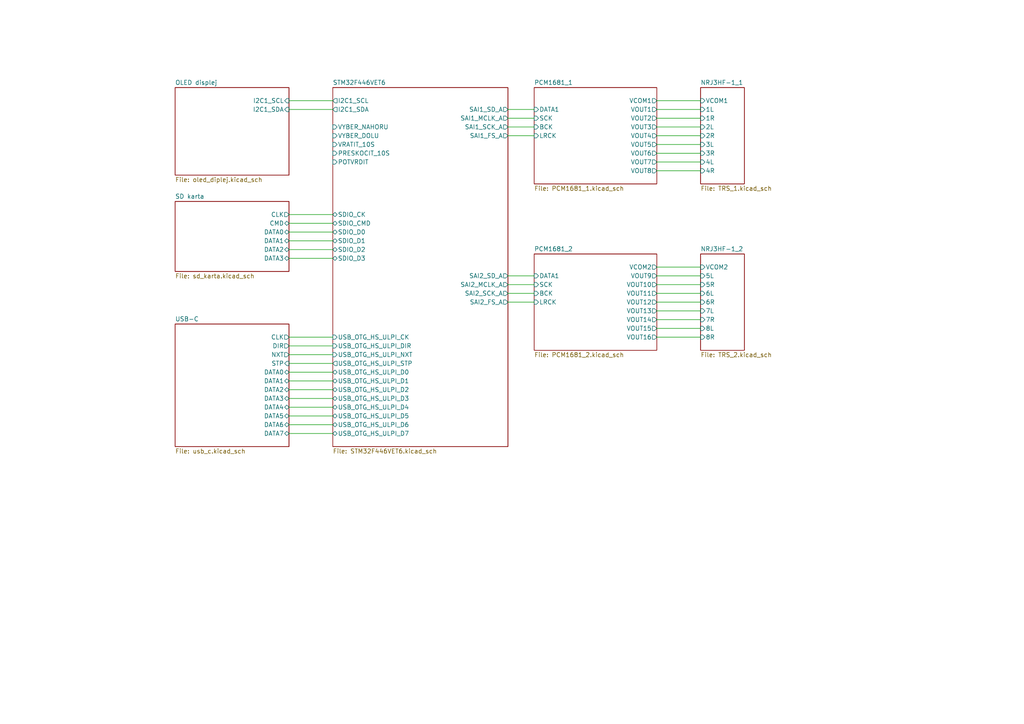
<source format=kicad_sch>
(kicad_sch
	(version 20250114)
	(generator "eeschema")
	(generator_version "9.0")
	(uuid "318a2fe5-3058-409c-8dc3-bfe2e6d8af4c")
	(paper "A4")
	(title_block
		(title "SP")
		(rev "v1")
		(company "Jakub Raimr")
	)
	(lib_symbols)
	(wire
		(pts
			(xy 190.5 95.25) (xy 203.2 95.25)
		)
		(stroke
			(width 0)
			(type default)
		)
		(uuid "054bca46-11c0-4eff-adf7-480852accdbd")
	)
	(wire
		(pts
			(xy 190.5 92.71) (xy 203.2 92.71)
		)
		(stroke
			(width 0)
			(type default)
		)
		(uuid "0e076a2e-f09a-4531-9799-ced1047caeb5")
	)
	(wire
		(pts
			(xy 83.82 74.93) (xy 96.52 74.93)
		)
		(stroke
			(width 0)
			(type default)
		)
		(uuid "0ebcf65e-e975-4b71-804b-5ccc1c9364be")
	)
	(wire
		(pts
			(xy 190.5 39.37) (xy 203.2 39.37)
		)
		(stroke
			(width 0)
			(type default)
		)
		(uuid "0f49f165-d364-4d3b-b54d-3bdcacaf0a7e")
	)
	(wire
		(pts
			(xy 190.5 97.79) (xy 203.2 97.79)
		)
		(stroke
			(width 0)
			(type default)
		)
		(uuid "0fa96606-9490-4169-9455-f35e9ed415e0")
	)
	(wire
		(pts
			(xy 83.82 64.77) (xy 96.52 64.77)
		)
		(stroke
			(width 0)
			(type default)
		)
		(uuid "141d2e15-dff2-463d-b959-edde182634c8")
	)
	(wire
		(pts
			(xy 147.32 80.01) (xy 154.94 80.01)
		)
		(stroke
			(width 0)
			(type default)
		)
		(uuid "1603bda1-858c-4887-ab69-d4d142adff0a")
	)
	(wire
		(pts
			(xy 83.82 113.03) (xy 96.52 113.03)
		)
		(stroke
			(width 0)
			(type default)
		)
		(uuid "16b918ef-475e-4a93-9a26-f4a8da145926")
	)
	(wire
		(pts
			(xy 83.82 97.79) (xy 96.52 97.79)
		)
		(stroke
			(width 0)
			(type default)
		)
		(uuid "19be88a8-b911-4fc2-a9b9-8501e317ca77")
	)
	(wire
		(pts
			(xy 83.82 102.87) (xy 96.52 102.87)
		)
		(stroke
			(width 0)
			(type default)
		)
		(uuid "28244234-370f-4112-961d-5e0ebd4fb1f8")
	)
	(wire
		(pts
			(xy 83.82 69.85) (xy 96.52 69.85)
		)
		(stroke
			(width 0)
			(type default)
		)
		(uuid "2affd140-49cd-444f-b1e7-02dc5f170a5b")
	)
	(wire
		(pts
			(xy 147.32 82.55) (xy 154.94 82.55)
		)
		(stroke
			(width 0)
			(type default)
		)
		(uuid "30a2f95d-c2ec-4013-a4e7-2731279c2786")
	)
	(wire
		(pts
			(xy 83.82 125.73) (xy 96.52 125.73)
		)
		(stroke
			(width 0)
			(type default)
		)
		(uuid "33d79d7a-7ff1-44b5-a621-d77322907cf8")
	)
	(wire
		(pts
			(xy 190.5 34.29) (xy 203.2 34.29)
		)
		(stroke
			(width 0)
			(type default)
		)
		(uuid "37062952-5c48-4913-8e4e-db0a183e1a40")
	)
	(wire
		(pts
			(xy 190.5 87.63) (xy 203.2 87.63)
		)
		(stroke
			(width 0)
			(type default)
		)
		(uuid "387411e3-64a4-46d5-acb1-a0d599a47403")
	)
	(wire
		(pts
			(xy 147.32 34.29) (xy 154.94 34.29)
		)
		(stroke
			(width 0)
			(type default)
		)
		(uuid "39def0c0-4498-4474-a862-d94f7b02ab68")
	)
	(wire
		(pts
			(xy 190.5 85.09) (xy 203.2 85.09)
		)
		(stroke
			(width 0)
			(type default)
		)
		(uuid "3b89e479-38b4-40c2-80c1-640c2bc90df2")
	)
	(wire
		(pts
			(xy 190.5 44.45) (xy 203.2 44.45)
		)
		(stroke
			(width 0)
			(type default)
		)
		(uuid "445c8bbb-150f-4211-8c51-0f836440f990")
	)
	(wire
		(pts
			(xy 83.82 72.39) (xy 96.52 72.39)
		)
		(stroke
			(width 0)
			(type default)
		)
		(uuid "4ba7fa3c-65f0-4b10-8fb8-3beaed55b62c")
	)
	(wire
		(pts
			(xy 83.82 110.49) (xy 96.52 110.49)
		)
		(stroke
			(width 0)
			(type default)
		)
		(uuid "51a2156a-db91-4393-8e53-26f92e2e8b53")
	)
	(wire
		(pts
			(xy 83.82 29.21) (xy 96.52 29.21)
		)
		(stroke
			(width 0)
			(type default)
		)
		(uuid "51f4883e-d380-40f2-80fb-8af398131147")
	)
	(wire
		(pts
			(xy 190.5 41.91) (xy 203.2 41.91)
		)
		(stroke
			(width 0)
			(type default)
		)
		(uuid "5e1044ad-baff-48e4-b271-6e40b64407fe")
	)
	(wire
		(pts
			(xy 147.32 39.37) (xy 154.94 39.37)
		)
		(stroke
			(width 0)
			(type default)
		)
		(uuid "617f0da6-8f11-420c-aa0d-a77e3f2cbc08")
	)
	(wire
		(pts
			(xy 190.5 31.75) (xy 203.2 31.75)
		)
		(stroke
			(width 0)
			(type default)
		)
		(uuid "6b337367-b93a-40e7-824b-87c316cd1cae")
	)
	(wire
		(pts
			(xy 190.5 80.01) (xy 203.2 80.01)
		)
		(stroke
			(width 0)
			(type default)
		)
		(uuid "6cf0402d-b118-48b3-8722-9a63cfb7db94")
	)
	(wire
		(pts
			(xy 83.82 107.95) (xy 96.52 107.95)
		)
		(stroke
			(width 0)
			(type default)
		)
		(uuid "6f209085-5d2f-491b-bbea-8de5c365cd04")
	)
	(wire
		(pts
			(xy 83.82 67.31) (xy 96.52 67.31)
		)
		(stroke
			(width 0)
			(type default)
		)
		(uuid "7384ddef-0876-4cc3-a8d9-7432ea7e8828")
	)
	(wire
		(pts
			(xy 83.82 123.19) (xy 96.52 123.19)
		)
		(stroke
			(width 0)
			(type default)
		)
		(uuid "7775a97c-2758-4c9a-a36c-1329f293f4b9")
	)
	(wire
		(pts
			(xy 190.5 82.55) (xy 203.2 82.55)
		)
		(stroke
			(width 0)
			(type default)
		)
		(uuid "7a6d936c-30af-45a1-9f08-bf963643e327")
	)
	(wire
		(pts
			(xy 83.82 118.11) (xy 96.52 118.11)
		)
		(stroke
			(width 0)
			(type default)
		)
		(uuid "7bc6a633-5ece-4199-acb2-dfd7d1ce503d")
	)
	(wire
		(pts
			(xy 190.5 90.17) (xy 203.2 90.17)
		)
		(stroke
			(width 0)
			(type default)
		)
		(uuid "7ff0edcd-7d49-44f7-8b2c-3a0640d207c7")
	)
	(wire
		(pts
			(xy 190.5 77.47) (xy 203.2 77.47)
		)
		(stroke
			(width 0)
			(type default)
		)
		(uuid "801f8ada-fa7e-41c7-a127-98dd3d5b415a")
	)
	(wire
		(pts
			(xy 147.32 85.09) (xy 154.94 85.09)
		)
		(stroke
			(width 0)
			(type default)
		)
		(uuid "86477c28-ed79-4980-986f-460cc84dd082")
	)
	(wire
		(pts
			(xy 147.32 87.63) (xy 154.94 87.63)
		)
		(stroke
			(width 0)
			(type default)
		)
		(uuid "8ba87234-5e60-4d17-a99c-b58ee62a9fb5")
	)
	(wire
		(pts
			(xy 190.5 49.53) (xy 203.2 49.53)
		)
		(stroke
			(width 0)
			(type default)
		)
		(uuid "95abdefd-a695-4845-8576-b9789dd05e92")
	)
	(wire
		(pts
			(xy 83.82 31.75) (xy 96.52 31.75)
		)
		(stroke
			(width 0)
			(type default)
		)
		(uuid "a58579f5-85f2-41f7-9fad-18791fb4ced3")
	)
	(wire
		(pts
			(xy 190.5 46.99) (xy 203.2 46.99)
		)
		(stroke
			(width 0)
			(type default)
		)
		(uuid "acdcc716-5160-4a65-a08e-c532cc7fb026")
	)
	(wire
		(pts
			(xy 83.82 105.41) (xy 96.52 105.41)
		)
		(stroke
			(width 0)
			(type default)
		)
		(uuid "b8686649-e91b-4737-8b2c-f137eded4394")
	)
	(wire
		(pts
			(xy 147.32 36.83) (xy 154.94 36.83)
		)
		(stroke
			(width 0)
			(type default)
		)
		(uuid "ba4b5c62-fbe1-44e6-a40a-2eae9023c233")
	)
	(wire
		(pts
			(xy 83.82 100.33) (xy 96.52 100.33)
		)
		(stroke
			(width 0)
			(type default)
		)
		(uuid "bc35fe6e-f383-4074-8b96-3b11bfe21b8f")
	)
	(wire
		(pts
			(xy 190.5 29.21) (xy 203.2 29.21)
		)
		(stroke
			(width 0)
			(type default)
		)
		(uuid "be43ab43-2595-4f56-95d9-98be0052451e")
	)
	(wire
		(pts
			(xy 190.5 36.83) (xy 203.2 36.83)
		)
		(stroke
			(width 0)
			(type default)
		)
		(uuid "cddcf913-c003-4ba5-8579-5ab01c15d887")
	)
	(wire
		(pts
			(xy 147.32 31.75) (xy 154.94 31.75)
		)
		(stroke
			(width 0)
			(type default)
		)
		(uuid "cf742891-8a19-4321-bf94-9635167887b5")
	)
	(wire
		(pts
			(xy 83.82 115.57) (xy 96.52 115.57)
		)
		(stroke
			(width 0)
			(type default)
		)
		(uuid "d1c6dc5c-80ee-4aa1-a387-6f56f66b5912")
	)
	(wire
		(pts
			(xy 83.82 120.65) (xy 96.52 120.65)
		)
		(stroke
			(width 0)
			(type default)
		)
		(uuid "e0f00c35-3666-491d-a701-9309395836bf")
	)
	(wire
		(pts
			(xy 83.82 62.23) (xy 96.52 62.23)
		)
		(stroke
			(width 0)
			(type default)
		)
		(uuid "e48963ba-7afe-4b79-b00a-87a5f7e4c9f6")
	)
	(sheet
		(at 203.2 25.4)
		(size 12.7 27.94)
		(exclude_from_sim no)
		(in_bom yes)
		(on_board yes)
		(dnp no)
		(fields_autoplaced yes)
		(stroke
			(width 0.1524)
			(type solid)
		)
		(fill
			(color 0 0 0 0.0000)
		)
		(uuid "19351172-9d87-4e12-8155-ead250f6380c")
		(property "Sheetname" "NRJ3HF-1_1"
			(at 203.2 24.6884 0)
			(effects
				(font
					(size 1.27 1.27)
				)
				(justify left bottom)
			)
		)
		(property "Sheetfile" "TRS_1.kicad_sch"
			(at 203.2 53.9246 0)
			(effects
				(font
					(size 1.27 1.27)
				)
				(justify left top)
			)
		)
		(property "Field2" ""
			(at 203.2 25.4 0)
			(effects
				(font
					(size 1.27 1.27)
				)
			)
		)
		(pin "1L" input
			(at 203.2 31.75 180)
			(uuid "12e614b5-567a-4de7-8200-ec08f3794d9d")
			(effects
				(font
					(size 1.27 1.27)
				)
				(justify left)
			)
		)
		(pin "1R" input
			(at 203.2 34.29 180)
			(uuid "1d4a6b38-bb1b-4114-b20c-efe78586674d")
			(effects
				(font
					(size 1.27 1.27)
				)
				(justify left)
			)
		)
		(pin "2L" input
			(at 203.2 36.83 180)
			(uuid "cbf32c70-3a17-4475-a594-bf8b59c7e14c")
			(effects
				(font
					(size 1.27 1.27)
				)
				(justify left)
			)
		)
		(pin "2R" input
			(at 203.2 39.37 180)
			(uuid "fad9cadf-1c5a-4b78-baab-bf5266aaabb9")
			(effects
				(font
					(size 1.27 1.27)
				)
				(justify left)
			)
		)
		(pin "3L" input
			(at 203.2 41.91 180)
			(uuid "dd36e95d-9792-4c98-a7f2-7d724783ff6e")
			(effects
				(font
					(size 1.27 1.27)
				)
				(justify left)
			)
		)
		(pin "3R" input
			(at 203.2 44.45 180)
			(uuid "cee3ec99-0e50-4939-b3e7-ac2dbb039fe0")
			(effects
				(font
					(size 1.27 1.27)
				)
				(justify left)
			)
		)
		(pin "4L" input
			(at 203.2 46.99 180)
			(uuid "3d9cfc78-b042-495b-af3c-7c0482341a31")
			(effects
				(font
					(size 1.27 1.27)
				)
				(justify left)
			)
		)
		(pin "4R" input
			(at 203.2 49.53 180)
			(uuid "93b1a666-1660-4768-b97c-dbfe19973c9d")
			(effects
				(font
					(size 1.27 1.27)
				)
				(justify left)
			)
		)
		(pin "VCOM1" input
			(at 203.2 29.21 180)
			(uuid "c8465151-f214-47b8-baa9-d4c27364f249")
			(effects
				(font
					(size 1.27 1.27)
				)
				(justify left)
			)
		)
		(instances
			(project "SP"
				(path "/318a2fe5-3058-409c-8dc3-bfe2e6d8af4c"
					(page "5")
				)
			)
		)
	)
	(sheet
		(at 50.8 25.4)
		(size 33.02 25.4)
		(exclude_from_sim no)
		(in_bom yes)
		(on_board yes)
		(dnp no)
		(fields_autoplaced yes)
		(stroke
			(width 0.1524)
			(type solid)
		)
		(fill
			(color 0 0 0 0.0000)
		)
		(uuid "2329ad5d-4402-4fe0-8701-3f7ce588d70d")
		(property "Sheetname" "OLED displej"
			(at 50.8 24.6884 0)
			(effects
				(font
					(size 1.27 1.27)
				)
				(justify left bottom)
			)
		)
		(property "Sheetfile" "oled_diplej.kicad_sch"
			(at 50.8 51.3846 0)
			(effects
				(font
					(size 1.27 1.27)
				)
				(justify left top)
			)
		)
		(pin "I2C1_SCL" input
			(at 83.82 29.21 0)
			(uuid "1b7a4e19-17ef-4a7d-a4a4-042715d0c637")
			(effects
				(font
					(size 1.27 1.27)
				)
				(justify right)
			)
		)
		(pin "I2C1_SDA" input
			(at 83.82 31.75 0)
			(uuid "69499cee-7f37-4b57-a4c4-a8d42e392062")
			(effects
				(font
					(size 1.27 1.27)
				)
				(justify right)
			)
		)
		(instances
			(project "SP"
				(path "/318a2fe5-3058-409c-8dc3-bfe2e6d8af4c"
					(page "8")
				)
			)
		)
	)
	(sheet
		(at 203.2 73.66)
		(size 12.7 27.94)
		(exclude_from_sim no)
		(in_bom yes)
		(on_board yes)
		(dnp no)
		(fields_autoplaced yes)
		(stroke
			(width 0.1524)
			(type solid)
		)
		(fill
			(color 0 0 0 0.0000)
		)
		(uuid "277e51a8-5301-4fe0-8233-5f3f17ef89f5")
		(property "Sheetname" "NRJ3HF-1_2"
			(at 203.2 72.9484 0)
			(effects
				(font
					(size 1.27 1.27)
				)
				(justify left bottom)
			)
		)
		(property "Sheetfile" "TRS_2.kicad_sch"
			(at 203.2 102.1846 0)
			(effects
				(font
					(size 1.27 1.27)
				)
				(justify left top)
			)
		)
		(pin "5L" input
			(at 203.2 80.01 180)
			(uuid "d6db18e0-5ab8-459b-b647-fcd4b08df50a")
			(effects
				(font
					(size 1.27 1.27)
				)
				(justify left)
			)
		)
		(pin "5R" input
			(at 203.2 82.55 180)
			(uuid "cf88910c-1751-4309-ac06-65b656987a4f")
			(effects
				(font
					(size 1.27 1.27)
				)
				(justify left)
			)
		)
		(pin "6L" input
			(at 203.2 85.09 180)
			(uuid "98d97c2e-c415-48f6-b4e3-8450a868b1e4")
			(effects
				(font
					(size 1.27 1.27)
				)
				(justify left)
			)
		)
		(pin "6R" input
			(at 203.2 87.63 180)
			(uuid "b4d253a9-88b1-4b62-a61a-784b8b0c908b")
			(effects
				(font
					(size 1.27 1.27)
				)
				(justify left)
			)
		)
		(pin "7L" input
			(at 203.2 90.17 180)
			(uuid "5b9417de-a3f1-46cd-a44b-54f79f893f83")
			(effects
				(font
					(size 1.27 1.27)
				)
				(justify left)
			)
		)
		(pin "7R" input
			(at 203.2 92.71 180)
			(uuid "9540f178-cfc6-4228-b74e-1b86b194cc7c")
			(effects
				(font
					(size 1.27 1.27)
				)
				(justify left)
			)
		)
		(pin "8L" input
			(at 203.2 95.25 180)
			(uuid "f9bcd3ea-b31d-4994-af58-12a302306c84")
			(effects
				(font
					(size 1.27 1.27)
				)
				(justify left)
			)
		)
		(pin "8R" input
			(at 203.2 97.79 180)
			(uuid "6bcd874b-d534-451e-b900-798dc43864e3")
			(effects
				(font
					(size 1.27 1.27)
				)
				(justify left)
			)
		)
		(pin "VCOM2" input
			(at 203.2 77.47 180)
			(uuid "4d28c145-4155-44c0-8f4c-f1adc7d6aca2")
			(effects
				(font
					(size 1.27 1.27)
				)
				(justify left)
			)
		)
		(instances
			(project "SP"
				(path "/318a2fe5-3058-409c-8dc3-bfe2e6d8af4c"
					(page "9")
				)
			)
		)
	)
	(sheet
		(at 154.94 73.66)
		(size 35.56 27.94)
		(exclude_from_sim no)
		(in_bom yes)
		(on_board yes)
		(dnp no)
		(fields_autoplaced yes)
		(stroke
			(width 0.1524)
			(type solid)
		)
		(fill
			(color 0 0 0 0.0000)
		)
		(uuid "30b9cbdf-8097-4e99-9f9f-48ad9b148cc1")
		(property "Sheetname" "PCM1681_2"
			(at 154.94 72.9484 0)
			(effects
				(font
					(size 1.27 1.27)
				)
				(justify left bottom)
			)
		)
		(property "Sheetfile" "PCM1681_2.kicad_sch"
			(at 154.94 102.1846 0)
			(effects
				(font
					(size 1.27 1.27)
				)
				(justify left top)
			)
		)
		(pin "BCK" input
			(at 154.94 85.09 180)
			(uuid "074e6ca6-e017-40ab-abdf-ebdcf7d47911")
			(effects
				(font
					(size 1.27 1.27)
				)
				(justify left)
			)
		)
		(pin "DATA1" input
			(at 154.94 80.01 180)
			(uuid "ef65147b-75e8-4aff-8993-1655378d3894")
			(effects
				(font
					(size 1.27 1.27)
				)
				(justify left)
			)
		)
		(pin "LRCK" input
			(at 154.94 87.63 180)
			(uuid "1cac7af0-4634-4b54-94ed-45f9cb129ad4")
			(effects
				(font
					(size 1.27 1.27)
				)
				(justify left)
			)
		)
		(pin "SCK" input
			(at 154.94 82.55 180)
			(uuid "ef46ae97-c74c-432f-934e-1c861abb6295")
			(effects
				(font
					(size 1.27 1.27)
				)
				(justify left)
			)
		)
		(pin "VCOM2" output
			(at 190.5 77.47 0)
			(uuid "9ad16d74-6128-499e-a0a6-af7a390d8f45")
			(effects
				(font
					(size 1.27 1.27)
				)
				(justify right)
			)
		)
		(pin "VOUT9" output
			(at 190.5 80.01 0)
			(uuid "73888c45-9660-4285-8ac6-17fcba112e68")
			(effects
				(font
					(size 1.27 1.27)
				)
				(justify right)
			)
		)
		(pin "VOUT10" output
			(at 190.5 82.55 0)
			(uuid "e5469897-823d-44f1-82b8-078d38db761a")
			(effects
				(font
					(size 1.27 1.27)
				)
				(justify right)
			)
		)
		(pin "VOUT11" output
			(at 190.5 85.09 0)
			(uuid "c8a6a6b5-5b22-4a13-9e92-95d4da3d2dc3")
			(effects
				(font
					(size 1.27 1.27)
				)
				(justify right)
			)
		)
		(pin "VOUT12" output
			(at 190.5 87.63 0)
			(uuid "cc57fdf1-5a1c-4618-bd97-948c6567d592")
			(effects
				(font
					(size 1.27 1.27)
				)
				(justify right)
			)
		)
		(pin "VOUT13" output
			(at 190.5 90.17 0)
			(uuid "235b08e2-5bb8-4f98-8153-95f5ef24c6a7")
			(effects
				(font
					(size 1.27 1.27)
				)
				(justify right)
			)
		)
		(pin "VOUT14" output
			(at 190.5 92.71 0)
			(uuid "20826eff-e626-4a02-a24b-c78d139c70a3")
			(effects
				(font
					(size 1.27 1.27)
				)
				(justify right)
			)
		)
		(pin "VOUT15" output
			(at 190.5 95.25 0)
			(uuid "13717ea9-1e14-413f-aab1-226237181163")
			(effects
				(font
					(size 1.27 1.27)
				)
				(justify right)
			)
		)
		(pin "VOUT16" output
			(at 190.5 97.79 0)
			(uuid "07fa68f7-444e-4ec3-8ef1-eacd19f4c658")
			(effects
				(font
					(size 1.27 1.27)
				)
				(justify right)
			)
		)
		(instances
			(project "SP"
				(path "/318a2fe5-3058-409c-8dc3-bfe2e6d8af4c"
					(page "8")
				)
			)
		)
	)
	(sheet
		(at 96.52 25.4)
		(size 50.8 104.14)
		(exclude_from_sim no)
		(in_bom yes)
		(on_board yes)
		(dnp no)
		(fields_autoplaced yes)
		(stroke
			(width 0.1524)
			(type solid)
		)
		(fill
			(color 0 0 0 0.0000)
		)
		(uuid "369eaf05-cee5-4c29-88ca-f9309f31699d")
		(property "Sheetname" "STM32F446VET6"
			(at 96.52 24.6884 0)
			(effects
				(font
					(size 1.27 1.27)
				)
				(justify left bottom)
			)
		)
		(property "Sheetfile" "STM32F446VET6.kicad_sch"
			(at 96.52 130.1246 0)
			(effects
				(font
					(size 1.27 1.27)
				)
				(justify left top)
			)
		)
		(pin "SAI1_FS_A" output
			(at 147.32 39.37 0)
			(uuid "b7c1bfdd-ca6f-4e5a-b458-e59f401c524e")
			(effects
				(font
					(size 1.27 1.27)
				)
				(justify right)
			)
		)
		(pin "SAI1_MCLK_A" output
			(at 147.32 34.29 0)
			(uuid "de3e603a-4dd1-428a-8633-c685bfba4c53")
			(effects
				(font
					(size 1.27 1.27)
				)
				(justify right)
			)
		)
		(pin "SAI1_SCK_A" output
			(at 147.32 36.83 0)
			(uuid "bd817a55-28d7-4032-9cfa-a45c57d8f53b")
			(effects
				(font
					(size 1.27 1.27)
				)
				(justify right)
			)
		)
		(pin "SAI1_SD_A" output
			(at 147.32 31.75 0)
			(uuid "be5302f3-6c82-4db6-a032-7ffaa2367a5e")
			(effects
				(font
					(size 1.27 1.27)
				)
				(justify right)
			)
		)
		(pin "SAI2_FS_A" output
			(at 147.32 87.63 0)
			(uuid "4c31d5c3-6f6b-4b22-af89-214a1f459c89")
			(effects
				(font
					(size 1.27 1.27)
				)
				(justify right)
			)
		)
		(pin "SAI2_MCLK_A" output
			(at 147.32 82.55 0)
			(uuid "06ea711d-c9cc-455e-bb55-d2294e654f7a")
			(effects
				(font
					(size 1.27 1.27)
				)
				(justify right)
			)
		)
		(pin "SAI2_SCK_A" output
			(at 147.32 85.09 0)
			(uuid "2a5ac91d-b82d-4e83-8edf-cddfc705ebf5")
			(effects
				(font
					(size 1.27 1.27)
				)
				(justify right)
			)
		)
		(pin "SAI2_SD_A" output
			(at 147.32 80.01 0)
			(uuid "4c8341bb-0306-4906-99fe-e890e6a3f634")
			(effects
				(font
					(size 1.27 1.27)
				)
				(justify right)
			)
		)
		(pin "USB_OTG_HS_ULPI_CK" input
			(at 96.52 97.79 180)
			(uuid "30ea07c6-2495-4529-895c-918bc96ffea7")
			(effects
				(font
					(size 1.27 1.27)
				)
				(justify left)
			)
		)
		(pin "USB_OTG_HS_ULPI_D0" bidirectional
			(at 96.52 107.95 180)
			(uuid "7c5be5d2-5249-49bf-9742-7b2be22e272a")
			(effects
				(font
					(size 1.27 1.27)
				)
				(justify left)
			)
		)
		(pin "USB_OTG_HS_ULPI_D1" bidirectional
			(at 96.52 110.49 180)
			(uuid "59e72702-d5a1-4148-a6fb-ce51b44ebcf6")
			(effects
				(font
					(size 1.27 1.27)
				)
				(justify left)
			)
		)
		(pin "USB_OTG_HS_ULPI_D2" bidirectional
			(at 96.52 113.03 180)
			(uuid "3d782a8e-34cc-4100-ba92-02b3aeeb894f")
			(effects
				(font
					(size 1.27 1.27)
				)
				(justify left)
			)
		)
		(pin "USB_OTG_HS_ULPI_D3" bidirectional
			(at 96.52 115.57 180)
			(uuid "f1aab393-c5a5-4744-b575-df033fc95fe3")
			(effects
				(font
					(size 1.27 1.27)
				)
				(justify left)
			)
		)
		(pin "USB_OTG_HS_ULPI_D4" bidirectional
			(at 96.52 118.11 180)
			(uuid "dbccc082-e524-4b6c-939a-86389986de56")
			(effects
				(font
					(size 1.27 1.27)
				)
				(justify left)
			)
		)
		(pin "USB_OTG_HS_ULPI_D5" bidirectional
			(at 96.52 120.65 180)
			(uuid "edfa360d-a78e-4b86-b848-d6176d8f4f78")
			(effects
				(font
					(size 1.27 1.27)
				)
				(justify left)
			)
		)
		(pin "USB_OTG_HS_ULPI_D6" bidirectional
			(at 96.52 123.19 180)
			(uuid "fc461407-2154-4bba-9843-3f388f5af993")
			(effects
				(font
					(size 1.27 1.27)
				)
				(justify left)
			)
		)
		(pin "USB_OTG_HS_ULPI_D7" bidirectional
			(at 96.52 125.73 180)
			(uuid "887c66eb-08d0-4b15-bd94-2b42ad9c710d")
			(effects
				(font
					(size 1.27 1.27)
				)
				(justify left)
			)
		)
		(pin "USB_OTG_HS_ULPI_DIR" input
			(at 96.52 100.33 180)
			(uuid "0aa9f33a-09d8-48f8-a9d5-2ae69a09964d")
			(effects
				(font
					(size 1.27 1.27)
				)
				(justify left)
			)
		)
		(pin "USB_OTG_HS_ULPI_NXT" input
			(at 96.52 102.87 180)
			(uuid "71fc8871-dd73-4653-9efb-9bcd5a26c03a")
			(effects
				(font
					(size 1.27 1.27)
				)
				(justify left)
			)
		)
		(pin "USB_OTG_HS_ULPI_STP" output
			(at 96.52 105.41 180)
			(uuid "edc2be78-d114-49e2-a35e-b2581e688ac2")
			(effects
				(font
					(size 1.27 1.27)
				)
				(justify left)
			)
		)
		(pin "SDIO_CK" bidirectional
			(at 96.52 62.23 180)
			(uuid "a90904da-440d-42a5-aff3-33c495b7480f")
			(effects
				(font
					(size 1.27 1.27)
				)
				(justify left)
			)
		)
		(pin "SDIO_CMD" bidirectional
			(at 96.52 64.77 180)
			(uuid "5d50bf1c-0d0f-4a7b-a646-28f9680ae32c")
			(effects
				(font
					(size 1.27 1.27)
				)
				(justify left)
			)
		)
		(pin "SDIO_D0" bidirectional
			(at 96.52 67.31 180)
			(uuid "5146be55-d709-4c82-b2ce-ba11071b60c0")
			(effects
				(font
					(size 1.27 1.27)
				)
				(justify left)
			)
		)
		(pin "SDIO_D1" bidirectional
			(at 96.52 69.85 180)
			(uuid "4d890cbf-d9bf-4bff-928d-c900a60f0af9")
			(effects
				(font
					(size 1.27 1.27)
				)
				(justify left)
			)
		)
		(pin "SDIO_D2" bidirectional
			(at 96.52 72.39 180)
			(uuid "83681614-c81f-4fa4-acfd-c6213d53243d")
			(effects
				(font
					(size 1.27 1.27)
				)
				(justify left)
			)
		)
		(pin "SDIO_D3" bidirectional
			(at 96.52 74.93 180)
			(uuid "809f171e-c243-4756-b8b1-e0f28c4cb489")
			(effects
				(font
					(size 1.27 1.27)
				)
				(justify left)
			)
		)
		(pin "I2C1_SCL" output
			(at 96.52 29.21 180)
			(uuid "3546fa5e-18c9-437b-b946-51983ac8181e")
			(effects
				(font
					(size 1.27 1.27)
				)
				(justify left)
			)
		)
		(pin "I2C1_SDA" output
			(at 96.52 31.75 180)
			(uuid "2fd6514d-e058-435b-bc1b-14274ddeba68")
			(effects
				(font
					(size 1.27 1.27)
				)
				(justify left)
			)
		)
		(pin "POTVRDIT" input
			(at 96.52 46.99 180)
			(uuid "c5640194-6fa8-4dce-b33e-2c7d974f483f")
			(effects
				(font
					(size 1.27 1.27)
				)
				(justify left)
			)
		)
		(pin "PRESKOCIT_10S" input
			(at 96.52 44.45 180)
			(uuid "b09826e8-6fc6-4ebf-b60b-23c5bfe5be5f")
			(effects
				(font
					(size 1.27 1.27)
				)
				(justify left)
			)
		)
		(pin "VRATIT_10S" input
			(at 96.52 41.91 180)
			(uuid "5a2f131a-ab0d-4cd2-9af8-ccffad69f888")
			(effects
				(font
					(size 1.27 1.27)
				)
				(justify left)
			)
		)
		(pin "VYBER_DOLU" input
			(at 96.52 39.37 180)
			(uuid "c1223943-3c0f-4190-9ca1-ac47f6546d78")
			(effects
				(font
					(size 1.27 1.27)
				)
				(justify left)
			)
		)
		(pin "VYBER_NAHORU" input
			(at 96.52 36.83 180)
			(uuid "6873e748-4809-4488-861d-90d849492793")
			(effects
				(font
					(size 1.27 1.27)
				)
				(justify left)
			)
		)
		(instances
			(project "SP"
				(path "/318a2fe5-3058-409c-8dc3-bfe2e6d8af4c"
					(page "2")
				)
			)
		)
	)
	(sheet
		(at 50.8 58.42)
		(size 33.02 20.32)
		(exclude_from_sim no)
		(in_bom yes)
		(on_board yes)
		(dnp no)
		(fields_autoplaced yes)
		(stroke
			(width 0.1524)
			(type solid)
		)
		(fill
			(color 0 0 0 0.0000)
		)
		(uuid "52555608-d7d1-4525-acca-35b7c9b59a17")
		(property "Sheetname" "SD karta"
			(at 50.8 57.7084 0)
			(effects
				(font
					(size 1.27 1.27)
				)
				(justify left bottom)
			)
		)
		(property "Sheetfile" "sd_karta.kicad_sch"
			(at 50.8 79.3246 0)
			(effects
				(font
					(size 1.27 1.27)
				)
				(justify left top)
			)
		)
		(pin "CLK" output
			(at 83.82 62.23 0)
			(uuid "c740bee8-0282-440f-bd6b-5c04fbb2b431")
			(effects
				(font
					(size 1.27 1.27)
				)
				(justify right)
			)
		)
		(pin "CMD" bidirectional
			(at 83.82 64.77 0)
			(uuid "272cc0f5-f6f2-4000-a827-b79c37fc3e8d")
			(effects
				(font
					(size 1.27 1.27)
				)
				(justify right)
			)
		)
		(pin "DATA0" bidirectional
			(at 83.82 67.31 0)
			(uuid "40808450-602d-4885-b801-59aca4548354")
			(effects
				(font
					(size 1.27 1.27)
				)
				(justify right)
			)
		)
		(pin "DATA1" bidirectional
			(at 83.82 69.85 0)
			(uuid "c929aab6-4105-4016-90b0-721a14c709a5")
			(effects
				(font
					(size 1.27 1.27)
				)
				(justify right)
			)
		)
		(pin "DATA2" bidirectional
			(at 83.82 72.39 0)
			(uuid "092a6af5-324a-4cd4-a5e5-0ef2bde05495")
			(effects
				(font
					(size 1.27 1.27)
				)
				(justify right)
			)
		)
		(pin "DATA3" bidirectional
			(at 83.82 74.93 0)
			(uuid "bd7c5202-c218-4ca8-a453-7f94caa7baf8")
			(effects
				(font
					(size 1.27 1.27)
				)
				(justify right)
			)
		)
		(instances
			(project "SP"
				(path "/318a2fe5-3058-409c-8dc3-bfe2e6d8af4c"
					(page "9")
				)
			)
		)
	)
	(sheet
		(at 50.8 93.98)
		(size 33.02 35.56)
		(exclude_from_sim no)
		(in_bom yes)
		(on_board yes)
		(dnp no)
		(fields_autoplaced yes)
		(stroke
			(width 0.1524)
			(type solid)
		)
		(fill
			(color 0 0 0 0.0000)
		)
		(uuid "edc3277c-1331-48cc-a881-b83bb9dd09a8")
		(property "Sheetname" "USB-C"
			(at 50.8 93.2684 0)
			(effects
				(font
					(size 1.27 1.27)
				)
				(justify left bottom)
			)
		)
		(property "Sheetfile" "usb_c.kicad_sch"
			(at 50.8 130.1246 0)
			(effects
				(font
					(size 1.27 1.27)
				)
				(justify left top)
			)
		)
		(pin "CLK" output
			(at 83.82 97.79 0)
			(uuid "d17b11b8-1211-437c-baeb-9562e82897b7")
			(effects
				(font
					(size 1.27 1.27)
				)
				(justify right)
			)
		)
		(pin "DATA0" bidirectional
			(at 83.82 107.95 0)
			(uuid "a6e984d0-34aa-41d9-98bc-71d8cf7113b6")
			(effects
				(font
					(size 1.27 1.27)
				)
				(justify right)
			)
		)
		(pin "DATA1" bidirectional
			(at 83.82 110.49 0)
			(uuid "be2eae83-5a13-4422-b01b-5973c3107a16")
			(effects
				(font
					(size 1.27 1.27)
				)
				(justify right)
			)
		)
		(pin "DATA2" bidirectional
			(at 83.82 113.03 0)
			(uuid "657cd1ae-498d-4987-bbcf-6703d7f87a56")
			(effects
				(font
					(size 1.27 1.27)
				)
				(justify right)
			)
		)
		(pin "DATA3" bidirectional
			(at 83.82 115.57 0)
			(uuid "7a99270e-28eb-42e4-86d5-7c2fc6748c83")
			(effects
				(font
					(size 1.27 1.27)
				)
				(justify right)
			)
		)
		(pin "DATA4" bidirectional
			(at 83.82 118.11 0)
			(uuid "9014777a-7ffe-44d6-9503-cae052cb698e")
			(effects
				(font
					(size 1.27 1.27)
				)
				(justify right)
			)
		)
		(pin "DATA5" bidirectional
			(at 83.82 120.65 0)
			(uuid "d066fec4-d63c-4e4d-8050-6838b493c2ba")
			(effects
				(font
					(size 1.27 1.27)
				)
				(justify right)
			)
		)
		(pin "DATA6" bidirectional
			(at 83.82 123.19 0)
			(uuid "58f01f2b-3c22-4f78-ba4c-975b16b539a2")
			(effects
				(font
					(size 1.27 1.27)
				)
				(justify right)
			)
		)
		(pin "DATA7" bidirectional
			(at 83.82 125.73 0)
			(uuid "4aaf55f0-b959-4681-bef7-926b4a3cbf47")
			(effects
				(font
					(size 1.27 1.27)
				)
				(justify right)
			)
		)
		(pin "DIR" output
			(at 83.82 100.33 0)
			(uuid "c5efae4f-b3cd-44c7-a7b1-04110e21188e")
			(effects
				(font
					(size 1.27 1.27)
				)
				(justify right)
			)
		)
		(pin "NXT" output
			(at 83.82 102.87 0)
			(uuid "fdca3b3e-9c9b-4bd7-9bae-c463b8dfaa81")
			(effects
				(font
					(size 1.27 1.27)
				)
				(justify right)
			)
		)
		(pin "STP" input
			(at 83.82 105.41 0)
			(uuid "2d145244-8412-42ac-b0e6-0b419994e988")
			(effects
				(font
					(size 1.27 1.27)
				)
				(justify right)
			)
		)
		(instances
			(project "SP"
				(path "/318a2fe5-3058-409c-8dc3-bfe2e6d8af4c"
					(page "7")
				)
			)
		)
	)
	(sheet
		(at 154.94 25.4)
		(size 35.56 27.94)
		(exclude_from_sim no)
		(in_bom yes)
		(on_board yes)
		(dnp no)
		(fields_autoplaced yes)
		(stroke
			(width 0.1524)
			(type solid)
		)
		(fill
			(color 0 0 0 0.0000)
		)
		(uuid "fddabb7a-6317-4e88-ab13-43bce1197439")
		(property "Sheetname" "PCM1681_1"
			(at 154.94 24.6884 0)
			(effects
				(font
					(size 1.27 1.27)
				)
				(justify left bottom)
			)
		)
		(property "Sheetfile" "PCM1681_1.kicad_sch"
			(at 154.94 53.9246 0)
			(effects
				(font
					(size 1.27 1.27)
				)
				(justify left top)
			)
		)
		(pin "BCK" input
			(at 154.94 36.83 180)
			(uuid "a5c93331-2544-4b49-ac81-e2759df01a89")
			(effects
				(font
					(size 1.27 1.27)
				)
				(justify left)
			)
		)
		(pin "DATA1" input
			(at 154.94 31.75 180)
			(uuid "61d86102-2f4d-4263-90c5-7265a2d57821")
			(effects
				(font
					(size 1.27 1.27)
				)
				(justify left)
			)
		)
		(pin "LRCK" input
			(at 154.94 39.37 180)
			(uuid "91238464-9968-4456-a86d-df1acdbd5ac9")
			(effects
				(font
					(size 1.27 1.27)
				)
				(justify left)
			)
		)
		(pin "SCK" input
			(at 154.94 34.29 180)
			(uuid "3498cbc6-89b1-4138-80a6-1244225bbec7")
			(effects
				(font
					(size 1.27 1.27)
				)
				(justify left)
			)
		)
		(pin "VOUT1" output
			(at 190.5 31.75 0)
			(uuid "d021dc24-a9d5-49b3-8271-14650be1ac43")
			(effects
				(font
					(size 1.27 1.27)
				)
				(justify right)
			)
		)
		(pin "VOUT2" output
			(at 190.5 34.29 0)
			(uuid "6f6183b7-dada-4a27-9a27-1b328d43a45c")
			(effects
				(font
					(size 1.27 1.27)
				)
				(justify right)
			)
		)
		(pin "VOUT3" output
			(at 190.5 36.83 0)
			(uuid "6e074bd6-f28c-43c6-a042-6f8e989fb0eb")
			(effects
				(font
					(size 1.27 1.27)
				)
				(justify right)
			)
		)
		(pin "VOUT4" output
			(at 190.5 39.37 0)
			(uuid "89984d2f-386e-47eb-af5e-b29b0c850c76")
			(effects
				(font
					(size 1.27 1.27)
				)
				(justify right)
			)
		)
		(pin "VOUT5" output
			(at 190.5 41.91 0)
			(uuid "69178a5f-40bc-472a-8ae2-c6b3164f6bac")
			(effects
				(font
					(size 1.27 1.27)
				)
				(justify right)
			)
		)
		(pin "VOUT6" output
			(at 190.5 44.45 0)
			(uuid "f5a730d4-f910-45af-b02d-c924957dcedf")
			(effects
				(font
					(size 1.27 1.27)
				)
				(justify right)
			)
		)
		(pin "VOUT7" output
			(at 190.5 46.99 0)
			(uuid "7653cfc4-caa3-433a-9c3c-84a6fd3a9628")
			(effects
				(font
					(size 1.27 1.27)
				)
				(justify right)
			)
		)
		(pin "VOUT8" output
			(at 190.5 49.53 0)
			(uuid "c6219c22-b010-4fca-8ccd-3562fcc61c9b")
			(effects
				(font
					(size 1.27 1.27)
				)
				(justify right)
			)
		)
		(pin "VCOM1" output
			(at 190.5 29.21 0)
			(uuid "7a21342f-3950-4a0f-814a-d82907548d6c")
			(effects
				(font
					(size 1.27 1.27)
				)
				(justify right)
			)
		)
		(instances
			(project "SP"
				(path "/318a2fe5-3058-409c-8dc3-bfe2e6d8af4c"
					(page "3")
				)
			)
		)
	)
	(sheet_instances
		(path "/"
			(page "1")
		)
	)
	(embedded_fonts no)
)

</source>
